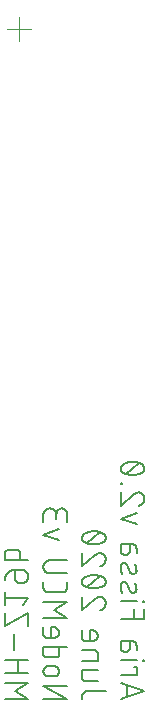
<source format=gbo>
G75*
%MOIN*%
%OFA0B0*%
%FSLAX25Y25*%
%IPPOS*%
%LPD*%
%AMOC8*
5,1,8,0,0,1.08239X$1,22.5*
%
%ADD10C,0.00700*%
%ADD11C,0.00000*%
D10*
X0044550Y0083120D02*
X0052450Y0083120D01*
X0048061Y0085754D01*
X0052450Y0088387D01*
X0044550Y0088387D01*
X0044550Y0091831D02*
X0052450Y0091831D01*
X0052450Y0096220D02*
X0044550Y0096220D01*
X0047622Y0099420D02*
X0047622Y0104687D01*
X0044550Y0107401D02*
X0044550Y0111790D01*
X0044550Y0114456D02*
X0044550Y0118845D01*
X0044550Y0116651D02*
X0052450Y0116651D01*
X0050694Y0114456D01*
X0052450Y0111790D02*
X0044550Y0107401D01*
X0048939Y0096220D02*
X0048939Y0091831D01*
X0052450Y0107401D02*
X0052450Y0111790D01*
X0050256Y0121755D02*
X0049817Y0121755D01*
X0049736Y0121757D01*
X0049655Y0121762D01*
X0049574Y0121772D01*
X0049494Y0121785D01*
X0049415Y0121802D01*
X0049336Y0121822D01*
X0049259Y0121846D01*
X0049183Y0121874D01*
X0049108Y0121905D01*
X0049034Y0121939D01*
X0048963Y0121977D01*
X0048893Y0122018D01*
X0048825Y0122062D01*
X0048759Y0122110D01*
X0048695Y0122160D01*
X0048634Y0122213D01*
X0048575Y0122269D01*
X0048519Y0122328D01*
X0048466Y0122389D01*
X0048416Y0122453D01*
X0048368Y0122519D01*
X0048324Y0122587D01*
X0048283Y0122657D01*
X0048245Y0122728D01*
X0048211Y0122802D01*
X0048180Y0122877D01*
X0048152Y0122953D01*
X0048128Y0123030D01*
X0048108Y0123109D01*
X0048091Y0123188D01*
X0048078Y0123268D01*
X0048068Y0123349D01*
X0048063Y0123430D01*
X0048061Y0123511D01*
X0048061Y0126144D01*
X0050256Y0126144D01*
X0050256Y0126143D02*
X0050348Y0126141D01*
X0050440Y0126135D01*
X0050531Y0126126D01*
X0050622Y0126112D01*
X0050712Y0126095D01*
X0050802Y0126074D01*
X0050890Y0126049D01*
X0050978Y0126021D01*
X0051064Y0125989D01*
X0051148Y0125953D01*
X0051232Y0125914D01*
X0051313Y0125872D01*
X0051393Y0125826D01*
X0051470Y0125776D01*
X0051546Y0125724D01*
X0051619Y0125668D01*
X0051690Y0125610D01*
X0051758Y0125548D01*
X0051824Y0125484D01*
X0051886Y0125417D01*
X0051947Y0125348D01*
X0052004Y0125275D01*
X0052058Y0125201D01*
X0052108Y0125125D01*
X0052156Y0125046D01*
X0052200Y0124965D01*
X0052241Y0124883D01*
X0052279Y0124799D01*
X0052312Y0124714D01*
X0052343Y0124627D01*
X0052369Y0124539D01*
X0052392Y0124450D01*
X0052411Y0124360D01*
X0052426Y0124270D01*
X0052438Y0124178D01*
X0052446Y0124087D01*
X0052450Y0123995D01*
X0052450Y0123903D01*
X0052446Y0123811D01*
X0052438Y0123720D01*
X0052426Y0123628D01*
X0052411Y0123538D01*
X0052392Y0123448D01*
X0052369Y0123359D01*
X0052343Y0123271D01*
X0052312Y0123184D01*
X0052279Y0123099D01*
X0052241Y0123015D01*
X0052200Y0122933D01*
X0052156Y0122852D01*
X0052108Y0122773D01*
X0052058Y0122697D01*
X0052004Y0122623D01*
X0051947Y0122550D01*
X0051886Y0122481D01*
X0051824Y0122414D01*
X0051758Y0122350D01*
X0051690Y0122288D01*
X0051619Y0122230D01*
X0051546Y0122174D01*
X0051470Y0122122D01*
X0051393Y0122072D01*
X0051313Y0122026D01*
X0051232Y0121984D01*
X0051148Y0121945D01*
X0051064Y0121909D01*
X0050978Y0121877D01*
X0050890Y0121849D01*
X0050802Y0121824D01*
X0050712Y0121803D01*
X0050622Y0121786D01*
X0050531Y0121772D01*
X0050440Y0121763D01*
X0050348Y0121757D01*
X0050256Y0121755D01*
X0048061Y0126144D02*
X0047944Y0126142D01*
X0047826Y0126136D01*
X0047710Y0126126D01*
X0047593Y0126113D01*
X0047477Y0126095D01*
X0047362Y0126074D01*
X0047247Y0126048D01*
X0047133Y0126019D01*
X0047021Y0125986D01*
X0046909Y0125950D01*
X0046799Y0125909D01*
X0046690Y0125865D01*
X0046583Y0125818D01*
X0046478Y0125767D01*
X0046374Y0125712D01*
X0046272Y0125654D01*
X0046172Y0125592D01*
X0046074Y0125528D01*
X0045978Y0125460D01*
X0045885Y0125388D01*
X0045794Y0125314D01*
X0045706Y0125237D01*
X0045620Y0125157D01*
X0045537Y0125074D01*
X0045457Y0124988D01*
X0045380Y0124900D01*
X0045306Y0124809D01*
X0045234Y0124716D01*
X0045166Y0124620D01*
X0045102Y0124522D01*
X0045040Y0124422D01*
X0044982Y0124320D01*
X0044927Y0124217D01*
X0044876Y0124111D01*
X0044829Y0124004D01*
X0044785Y0123895D01*
X0044744Y0123785D01*
X0044708Y0123673D01*
X0044675Y0123561D01*
X0044646Y0123447D01*
X0044620Y0123332D01*
X0044599Y0123217D01*
X0044581Y0123101D01*
X0044568Y0122984D01*
X0044558Y0122868D01*
X0044552Y0122750D01*
X0044550Y0122633D01*
X0044550Y0129275D02*
X0044550Y0131469D01*
X0044552Y0131540D01*
X0044558Y0131611D01*
X0044567Y0131682D01*
X0044581Y0131752D01*
X0044598Y0131821D01*
X0044619Y0131890D01*
X0044644Y0131956D01*
X0044672Y0132022D01*
X0044703Y0132086D01*
X0044739Y0132148D01*
X0044777Y0132208D01*
X0044819Y0132266D01*
X0044863Y0132322D01*
X0044911Y0132375D01*
X0044961Y0132425D01*
X0045014Y0132473D01*
X0045070Y0132517D01*
X0045128Y0132559D01*
X0045188Y0132597D01*
X0045250Y0132633D01*
X0045314Y0132664D01*
X0045380Y0132692D01*
X0045446Y0132717D01*
X0045515Y0132738D01*
X0045584Y0132755D01*
X0045654Y0132769D01*
X0045725Y0132778D01*
X0045796Y0132784D01*
X0045867Y0132786D01*
X0048500Y0132786D01*
X0048571Y0132784D01*
X0048642Y0132778D01*
X0048713Y0132769D01*
X0048783Y0132755D01*
X0048852Y0132738D01*
X0048921Y0132717D01*
X0048987Y0132692D01*
X0049053Y0132664D01*
X0049117Y0132633D01*
X0049179Y0132597D01*
X0049239Y0132559D01*
X0049297Y0132517D01*
X0049353Y0132473D01*
X0049406Y0132425D01*
X0049456Y0132375D01*
X0049504Y0132322D01*
X0049548Y0132266D01*
X0049590Y0132208D01*
X0049628Y0132148D01*
X0049664Y0132086D01*
X0049695Y0132022D01*
X0049723Y0131956D01*
X0049748Y0131890D01*
X0049769Y0131821D01*
X0049786Y0131752D01*
X0049800Y0131682D01*
X0049809Y0131611D01*
X0049815Y0131540D01*
X0049817Y0131469D01*
X0049817Y0129275D01*
X0052450Y0129275D02*
X0044550Y0129275D01*
X0057450Y0122138D02*
X0057450Y0120383D01*
X0057452Y0120302D01*
X0057457Y0120221D01*
X0057467Y0120140D01*
X0057480Y0120060D01*
X0057497Y0119981D01*
X0057517Y0119902D01*
X0057541Y0119825D01*
X0057569Y0119749D01*
X0057600Y0119674D01*
X0057634Y0119600D01*
X0057672Y0119529D01*
X0057713Y0119459D01*
X0057757Y0119391D01*
X0057805Y0119325D01*
X0057855Y0119261D01*
X0057908Y0119200D01*
X0057964Y0119141D01*
X0058023Y0119085D01*
X0058084Y0119032D01*
X0058148Y0118982D01*
X0058214Y0118934D01*
X0058282Y0118890D01*
X0058352Y0118849D01*
X0058423Y0118811D01*
X0058497Y0118777D01*
X0058572Y0118746D01*
X0058648Y0118718D01*
X0058725Y0118694D01*
X0058804Y0118674D01*
X0058883Y0118657D01*
X0058963Y0118644D01*
X0059044Y0118634D01*
X0059125Y0118629D01*
X0059206Y0118627D01*
X0063594Y0118627D01*
X0063678Y0118629D01*
X0063761Y0118635D01*
X0063844Y0118645D01*
X0063926Y0118659D01*
X0064008Y0118676D01*
X0064089Y0118698D01*
X0064168Y0118724D01*
X0064247Y0118753D01*
X0064323Y0118786D01*
X0064399Y0118822D01*
X0064472Y0118862D01*
X0064543Y0118906D01*
X0064613Y0118953D01*
X0064679Y0119003D01*
X0064744Y0119056D01*
X0064806Y0119112D01*
X0064865Y0119171D01*
X0064921Y0119233D01*
X0064974Y0119298D01*
X0065024Y0119364D01*
X0065071Y0119434D01*
X0065115Y0119505D01*
X0065155Y0119578D01*
X0065191Y0119654D01*
X0065224Y0119730D01*
X0065253Y0119809D01*
X0065279Y0119888D01*
X0065300Y0119969D01*
X0065318Y0120051D01*
X0065332Y0120133D01*
X0065342Y0120216D01*
X0065348Y0120299D01*
X0065350Y0120383D01*
X0065350Y0122138D01*
X0065350Y0124965D02*
X0059644Y0124965D01*
X0059644Y0124966D02*
X0059552Y0124968D01*
X0059460Y0124974D01*
X0059369Y0124983D01*
X0059278Y0124997D01*
X0059188Y0125014D01*
X0059098Y0125035D01*
X0059010Y0125060D01*
X0058922Y0125088D01*
X0058836Y0125120D01*
X0058752Y0125156D01*
X0058668Y0125195D01*
X0058587Y0125237D01*
X0058507Y0125283D01*
X0058430Y0125333D01*
X0058354Y0125385D01*
X0058281Y0125441D01*
X0058210Y0125499D01*
X0058142Y0125561D01*
X0058076Y0125625D01*
X0058014Y0125692D01*
X0057953Y0125761D01*
X0057896Y0125834D01*
X0057842Y0125908D01*
X0057792Y0125984D01*
X0057744Y0126063D01*
X0057700Y0126144D01*
X0057659Y0126226D01*
X0057621Y0126310D01*
X0057588Y0126395D01*
X0057557Y0126482D01*
X0057531Y0126570D01*
X0057508Y0126659D01*
X0057489Y0126749D01*
X0057474Y0126839D01*
X0057462Y0126931D01*
X0057454Y0127022D01*
X0057450Y0127114D01*
X0057450Y0127206D01*
X0057454Y0127298D01*
X0057462Y0127389D01*
X0057474Y0127481D01*
X0057489Y0127571D01*
X0057508Y0127661D01*
X0057531Y0127750D01*
X0057557Y0127838D01*
X0057588Y0127925D01*
X0057621Y0128010D01*
X0057659Y0128094D01*
X0057700Y0128176D01*
X0057744Y0128257D01*
X0057792Y0128336D01*
X0057842Y0128412D01*
X0057896Y0128486D01*
X0057953Y0128559D01*
X0058014Y0128628D01*
X0058076Y0128695D01*
X0058142Y0128759D01*
X0058210Y0128821D01*
X0058281Y0128879D01*
X0058354Y0128935D01*
X0058430Y0128987D01*
X0058507Y0129037D01*
X0058587Y0129083D01*
X0058668Y0129125D01*
X0058752Y0129164D01*
X0058836Y0129200D01*
X0058922Y0129232D01*
X0059010Y0129260D01*
X0059098Y0129285D01*
X0059188Y0129306D01*
X0059278Y0129323D01*
X0059369Y0129337D01*
X0059460Y0129346D01*
X0059552Y0129352D01*
X0059644Y0129354D01*
X0065350Y0129354D01*
X0062717Y0136109D02*
X0057450Y0137864D01*
X0062717Y0139620D01*
X0061839Y0143116D02*
X0061839Y0144872D01*
X0061838Y0144433D02*
X0061836Y0144525D01*
X0061830Y0144617D01*
X0061821Y0144708D01*
X0061807Y0144799D01*
X0061790Y0144889D01*
X0061769Y0144979D01*
X0061744Y0145067D01*
X0061716Y0145155D01*
X0061684Y0145241D01*
X0061648Y0145325D01*
X0061609Y0145409D01*
X0061567Y0145490D01*
X0061521Y0145570D01*
X0061471Y0145647D01*
X0061419Y0145723D01*
X0061363Y0145796D01*
X0061305Y0145867D01*
X0061243Y0145935D01*
X0061179Y0146001D01*
X0061112Y0146063D01*
X0061043Y0146124D01*
X0060970Y0146181D01*
X0060896Y0146235D01*
X0060820Y0146285D01*
X0060741Y0146333D01*
X0060660Y0146377D01*
X0060578Y0146418D01*
X0060494Y0146456D01*
X0060409Y0146489D01*
X0060322Y0146520D01*
X0060234Y0146546D01*
X0060145Y0146569D01*
X0060055Y0146588D01*
X0059965Y0146603D01*
X0059873Y0146615D01*
X0059782Y0146623D01*
X0059690Y0146627D01*
X0059598Y0146627D01*
X0059506Y0146623D01*
X0059415Y0146615D01*
X0059323Y0146603D01*
X0059233Y0146588D01*
X0059143Y0146569D01*
X0059054Y0146546D01*
X0058966Y0146520D01*
X0058879Y0146489D01*
X0058794Y0146456D01*
X0058710Y0146418D01*
X0058628Y0146377D01*
X0058547Y0146333D01*
X0058468Y0146285D01*
X0058392Y0146235D01*
X0058318Y0146181D01*
X0058245Y0146124D01*
X0058176Y0146063D01*
X0058109Y0146001D01*
X0058045Y0145935D01*
X0057983Y0145867D01*
X0057925Y0145796D01*
X0057869Y0145723D01*
X0057817Y0145647D01*
X0057767Y0145570D01*
X0057721Y0145490D01*
X0057679Y0145409D01*
X0057640Y0145325D01*
X0057604Y0145241D01*
X0057572Y0145155D01*
X0057544Y0145067D01*
X0057519Y0144979D01*
X0057498Y0144889D01*
X0057481Y0144799D01*
X0057467Y0144708D01*
X0057458Y0144617D01*
X0057452Y0144525D01*
X0057450Y0144433D01*
X0057450Y0142239D01*
X0061838Y0144872D02*
X0061840Y0144954D01*
X0061846Y0145036D01*
X0061855Y0145118D01*
X0061869Y0145199D01*
X0061886Y0145280D01*
X0061907Y0145360D01*
X0061932Y0145438D01*
X0061960Y0145515D01*
X0061992Y0145591D01*
X0062028Y0145666D01*
X0062066Y0145738D01*
X0062109Y0145809D01*
X0062154Y0145877D01*
X0062203Y0145944D01*
X0062255Y0146008D01*
X0062309Y0146069D01*
X0062367Y0146128D01*
X0062427Y0146184D01*
X0062490Y0146238D01*
X0062555Y0146288D01*
X0062623Y0146335D01*
X0062692Y0146379D01*
X0062764Y0146419D01*
X0062837Y0146457D01*
X0062913Y0146490D01*
X0062989Y0146521D01*
X0063067Y0146547D01*
X0063146Y0146570D01*
X0063226Y0146589D01*
X0063307Y0146604D01*
X0063389Y0146616D01*
X0063471Y0146624D01*
X0063553Y0146628D01*
X0063635Y0146628D01*
X0063717Y0146624D01*
X0063799Y0146616D01*
X0063881Y0146604D01*
X0063962Y0146589D01*
X0064042Y0146570D01*
X0064121Y0146547D01*
X0064199Y0146521D01*
X0064275Y0146490D01*
X0064351Y0146457D01*
X0064424Y0146419D01*
X0064496Y0146379D01*
X0064565Y0146335D01*
X0064633Y0146288D01*
X0064698Y0146238D01*
X0064761Y0146184D01*
X0064821Y0146128D01*
X0064879Y0146069D01*
X0064933Y0146008D01*
X0064985Y0145944D01*
X0065034Y0145877D01*
X0065079Y0145809D01*
X0065122Y0145738D01*
X0065160Y0145666D01*
X0065196Y0145591D01*
X0065228Y0145515D01*
X0065256Y0145438D01*
X0065281Y0145360D01*
X0065302Y0145280D01*
X0065319Y0145199D01*
X0065333Y0145118D01*
X0065342Y0145036D01*
X0065348Y0144954D01*
X0065350Y0144872D01*
X0065350Y0142239D01*
X0070350Y0131718D02*
X0070350Y0127329D01*
X0074739Y0131059D01*
X0074300Y0139016D02*
X0074145Y0139014D01*
X0073989Y0139009D01*
X0073834Y0138999D01*
X0073679Y0138986D01*
X0073525Y0138970D01*
X0073371Y0138949D01*
X0073217Y0138925D01*
X0073064Y0138898D01*
X0072912Y0138866D01*
X0072761Y0138831D01*
X0072610Y0138793D01*
X0072460Y0138751D01*
X0072312Y0138705D01*
X0072164Y0138656D01*
X0072018Y0138603D01*
X0071873Y0138547D01*
X0071730Y0138487D01*
X0071588Y0138424D01*
X0071447Y0138358D01*
X0071375Y0138331D01*
X0071303Y0138301D01*
X0071234Y0138267D01*
X0071165Y0138230D01*
X0071099Y0138190D01*
X0071035Y0138147D01*
X0070973Y0138101D01*
X0070913Y0138051D01*
X0070856Y0137999D01*
X0070801Y0137945D01*
X0070748Y0137888D01*
X0070699Y0137828D01*
X0070652Y0137766D01*
X0070609Y0137702D01*
X0070569Y0137636D01*
X0070531Y0137568D01*
X0070497Y0137498D01*
X0070467Y0137427D01*
X0070440Y0137354D01*
X0070416Y0137281D01*
X0070396Y0137206D01*
X0070379Y0137130D01*
X0070367Y0137054D01*
X0070357Y0136977D01*
X0070352Y0136899D01*
X0070350Y0136822D01*
X0070352Y0136745D01*
X0070357Y0136667D01*
X0070367Y0136590D01*
X0070379Y0136514D01*
X0070396Y0136438D01*
X0070416Y0136363D01*
X0070440Y0136290D01*
X0070467Y0136217D01*
X0070497Y0136146D01*
X0070531Y0136076D01*
X0070569Y0136008D01*
X0070609Y0135942D01*
X0070652Y0135878D01*
X0070699Y0135816D01*
X0070748Y0135756D01*
X0070801Y0135699D01*
X0070856Y0135645D01*
X0070913Y0135593D01*
X0070973Y0135543D01*
X0071035Y0135497D01*
X0071099Y0135454D01*
X0071165Y0135414D01*
X0071234Y0135377D01*
X0071303Y0135343D01*
X0071375Y0135313D01*
X0071447Y0135286D01*
X0072106Y0135066D02*
X0076494Y0138577D01*
X0077153Y0138358D02*
X0077225Y0138331D01*
X0077297Y0138301D01*
X0077366Y0138267D01*
X0077435Y0138230D01*
X0077501Y0138190D01*
X0077565Y0138147D01*
X0077627Y0138101D01*
X0077687Y0138051D01*
X0077744Y0137999D01*
X0077799Y0137945D01*
X0077852Y0137888D01*
X0077901Y0137828D01*
X0077947Y0137766D01*
X0077991Y0137702D01*
X0078031Y0137636D01*
X0078069Y0137568D01*
X0078103Y0137498D01*
X0078133Y0137427D01*
X0078160Y0137354D01*
X0078184Y0137281D01*
X0078204Y0137206D01*
X0078221Y0137130D01*
X0078233Y0137054D01*
X0078243Y0136977D01*
X0078248Y0136899D01*
X0078250Y0136822D01*
X0078248Y0136745D01*
X0078243Y0136667D01*
X0078233Y0136590D01*
X0078221Y0136514D01*
X0078204Y0136438D01*
X0078184Y0136363D01*
X0078160Y0136290D01*
X0078133Y0136217D01*
X0078103Y0136146D01*
X0078069Y0136076D01*
X0078031Y0136008D01*
X0077991Y0135942D01*
X0077948Y0135878D01*
X0077901Y0135816D01*
X0077852Y0135756D01*
X0077799Y0135699D01*
X0077744Y0135645D01*
X0077687Y0135593D01*
X0077627Y0135543D01*
X0077565Y0135497D01*
X0077501Y0135454D01*
X0077435Y0135414D01*
X0077366Y0135377D01*
X0077297Y0135343D01*
X0077225Y0135313D01*
X0077153Y0135286D01*
X0077153Y0138358D02*
X0077012Y0138424D01*
X0076870Y0138487D01*
X0076727Y0138547D01*
X0076582Y0138603D01*
X0076436Y0138656D01*
X0076288Y0138705D01*
X0076140Y0138751D01*
X0075990Y0138793D01*
X0075839Y0138831D01*
X0075688Y0138866D01*
X0075536Y0138898D01*
X0075383Y0138925D01*
X0075229Y0138949D01*
X0075075Y0138970D01*
X0074921Y0138986D01*
X0074766Y0138999D01*
X0074611Y0139009D01*
X0074455Y0139014D01*
X0074300Y0139016D01*
X0074300Y0134628D02*
X0074455Y0134630D01*
X0074611Y0134635D01*
X0074766Y0134645D01*
X0074921Y0134658D01*
X0075075Y0134674D01*
X0075229Y0134695D01*
X0075383Y0134719D01*
X0075536Y0134746D01*
X0075688Y0134778D01*
X0075839Y0134813D01*
X0075990Y0134851D01*
X0076140Y0134893D01*
X0076288Y0134939D01*
X0076436Y0134988D01*
X0076582Y0135041D01*
X0076727Y0135097D01*
X0076870Y0135157D01*
X0077012Y0135220D01*
X0077153Y0135286D01*
X0076275Y0131718D02*
X0076361Y0131716D01*
X0076447Y0131710D01*
X0076533Y0131701D01*
X0076618Y0131688D01*
X0076702Y0131671D01*
X0076786Y0131651D01*
X0076869Y0131627D01*
X0076950Y0131599D01*
X0077031Y0131568D01*
X0077110Y0131533D01*
X0077187Y0131495D01*
X0077263Y0131453D01*
X0077336Y0131409D01*
X0077408Y0131361D01*
X0077477Y0131310D01*
X0077545Y0131256D01*
X0077609Y0131199D01*
X0077672Y0131140D01*
X0077731Y0131077D01*
X0077788Y0131013D01*
X0077842Y0130945D01*
X0077893Y0130876D01*
X0077941Y0130804D01*
X0077985Y0130731D01*
X0078027Y0130655D01*
X0078065Y0130578D01*
X0078100Y0130499D01*
X0078131Y0130418D01*
X0078159Y0130337D01*
X0078183Y0130254D01*
X0078203Y0130170D01*
X0078220Y0130086D01*
X0078233Y0130001D01*
X0078242Y0129915D01*
X0078248Y0129829D01*
X0078250Y0129743D01*
X0076275Y0131717D02*
X0076185Y0131715D01*
X0076094Y0131709D01*
X0076005Y0131700D01*
X0075915Y0131686D01*
X0075826Y0131669D01*
X0075739Y0131648D01*
X0075652Y0131623D01*
X0075566Y0131595D01*
X0075481Y0131563D01*
X0075398Y0131527D01*
X0075317Y0131488D01*
X0075237Y0131446D01*
X0075159Y0131400D01*
X0075083Y0131351D01*
X0075010Y0131298D01*
X0074938Y0131243D01*
X0074869Y0131184D01*
X0074803Y0131123D01*
X0074739Y0131059D01*
X0078250Y0129743D02*
X0078248Y0129643D01*
X0078242Y0129544D01*
X0078232Y0129445D01*
X0078219Y0129346D01*
X0078201Y0129248D01*
X0078180Y0129150D01*
X0078155Y0129054D01*
X0078126Y0128958D01*
X0078093Y0128864D01*
X0078057Y0128771D01*
X0078017Y0128680D01*
X0077973Y0128590D01*
X0077926Y0128503D01*
X0077876Y0128417D01*
X0077822Y0128333D01*
X0077765Y0128251D01*
X0077705Y0128171D01*
X0077641Y0128094D01*
X0077575Y0128020D01*
X0077506Y0127948D01*
X0077434Y0127879D01*
X0077359Y0127813D01*
X0077282Y0127750D01*
X0077203Y0127689D01*
X0077121Y0127632D01*
X0077037Y0127579D01*
X0076951Y0127528D01*
X0076863Y0127482D01*
X0076773Y0127438D01*
X0076682Y0127398D01*
X0076589Y0127362D01*
X0076495Y0127329D01*
X0074300Y0120030D02*
X0074145Y0120032D01*
X0073989Y0120037D01*
X0073834Y0120047D01*
X0073679Y0120060D01*
X0073525Y0120076D01*
X0073371Y0120097D01*
X0073217Y0120121D01*
X0073064Y0120148D01*
X0072912Y0120180D01*
X0072761Y0120215D01*
X0072610Y0120253D01*
X0072460Y0120295D01*
X0072312Y0120341D01*
X0072164Y0120390D01*
X0072018Y0120443D01*
X0071873Y0120499D01*
X0071730Y0120559D01*
X0071588Y0120622D01*
X0071447Y0120688D01*
X0072106Y0120469D02*
X0076494Y0123980D01*
X0077153Y0123761D02*
X0077225Y0123734D01*
X0077297Y0123704D01*
X0077366Y0123670D01*
X0077435Y0123633D01*
X0077501Y0123593D01*
X0077565Y0123550D01*
X0077627Y0123504D01*
X0077687Y0123454D01*
X0077744Y0123402D01*
X0077799Y0123348D01*
X0077852Y0123291D01*
X0077901Y0123231D01*
X0077947Y0123169D01*
X0077991Y0123105D01*
X0078031Y0123039D01*
X0078069Y0122971D01*
X0078103Y0122901D01*
X0078133Y0122830D01*
X0078160Y0122757D01*
X0078184Y0122684D01*
X0078204Y0122609D01*
X0078221Y0122533D01*
X0078233Y0122457D01*
X0078243Y0122380D01*
X0078248Y0122302D01*
X0078250Y0122225D01*
X0078248Y0122148D01*
X0078243Y0122070D01*
X0078233Y0121993D01*
X0078221Y0121917D01*
X0078204Y0121841D01*
X0078184Y0121766D01*
X0078160Y0121693D01*
X0078133Y0121620D01*
X0078103Y0121549D01*
X0078069Y0121479D01*
X0078031Y0121411D01*
X0077991Y0121345D01*
X0077948Y0121281D01*
X0077901Y0121219D01*
X0077852Y0121159D01*
X0077799Y0121102D01*
X0077744Y0121048D01*
X0077687Y0120996D01*
X0077627Y0120946D01*
X0077565Y0120900D01*
X0077501Y0120857D01*
X0077435Y0120817D01*
X0077366Y0120780D01*
X0077297Y0120746D01*
X0077225Y0120716D01*
X0077153Y0120689D01*
X0077153Y0123761D02*
X0077012Y0123827D01*
X0076870Y0123890D01*
X0076727Y0123950D01*
X0076582Y0124006D01*
X0076436Y0124059D01*
X0076288Y0124108D01*
X0076140Y0124154D01*
X0075990Y0124196D01*
X0075839Y0124234D01*
X0075688Y0124269D01*
X0075536Y0124301D01*
X0075383Y0124328D01*
X0075229Y0124352D01*
X0075075Y0124373D01*
X0074921Y0124389D01*
X0074766Y0124402D01*
X0074611Y0124412D01*
X0074455Y0124417D01*
X0074300Y0124419D01*
X0074300Y0120030D02*
X0074455Y0120032D01*
X0074611Y0120037D01*
X0074766Y0120047D01*
X0074921Y0120060D01*
X0075075Y0120076D01*
X0075229Y0120097D01*
X0075383Y0120121D01*
X0075536Y0120148D01*
X0075688Y0120180D01*
X0075839Y0120215D01*
X0075990Y0120253D01*
X0076140Y0120295D01*
X0076288Y0120341D01*
X0076436Y0120390D01*
X0076582Y0120443D01*
X0076727Y0120499D01*
X0076870Y0120559D01*
X0077012Y0120622D01*
X0077153Y0120688D01*
X0074300Y0124419D02*
X0074145Y0124417D01*
X0073989Y0124412D01*
X0073834Y0124402D01*
X0073679Y0124389D01*
X0073525Y0124373D01*
X0073371Y0124352D01*
X0073217Y0124328D01*
X0073064Y0124301D01*
X0072912Y0124269D01*
X0072761Y0124234D01*
X0072610Y0124196D01*
X0072460Y0124154D01*
X0072312Y0124108D01*
X0072164Y0124059D01*
X0072018Y0124006D01*
X0071873Y0123950D01*
X0071730Y0123890D01*
X0071588Y0123827D01*
X0071447Y0123761D01*
X0071375Y0123734D01*
X0071303Y0123704D01*
X0071234Y0123670D01*
X0071165Y0123633D01*
X0071099Y0123593D01*
X0071035Y0123550D01*
X0070973Y0123504D01*
X0070913Y0123454D01*
X0070856Y0123402D01*
X0070801Y0123348D01*
X0070748Y0123291D01*
X0070699Y0123231D01*
X0070652Y0123169D01*
X0070609Y0123105D01*
X0070569Y0123039D01*
X0070531Y0122971D01*
X0070497Y0122901D01*
X0070467Y0122830D01*
X0070440Y0122757D01*
X0070416Y0122684D01*
X0070396Y0122609D01*
X0070379Y0122533D01*
X0070367Y0122457D01*
X0070357Y0122380D01*
X0070352Y0122302D01*
X0070350Y0122225D01*
X0070352Y0122148D01*
X0070357Y0122070D01*
X0070367Y0121993D01*
X0070379Y0121917D01*
X0070396Y0121841D01*
X0070416Y0121766D01*
X0070440Y0121693D01*
X0070467Y0121620D01*
X0070497Y0121549D01*
X0070531Y0121479D01*
X0070569Y0121411D01*
X0070609Y0121345D01*
X0070652Y0121281D01*
X0070699Y0121219D01*
X0070748Y0121159D01*
X0070801Y0121102D01*
X0070856Y0121048D01*
X0070913Y0120996D01*
X0070973Y0120946D01*
X0071035Y0120900D01*
X0071099Y0120857D01*
X0071165Y0120817D01*
X0071234Y0120780D01*
X0071303Y0120746D01*
X0071375Y0120716D01*
X0071447Y0120689D01*
X0070350Y0117121D02*
X0070350Y0112732D01*
X0074739Y0116462D01*
X0078250Y0115146D02*
X0078248Y0115046D01*
X0078242Y0114947D01*
X0078232Y0114848D01*
X0078219Y0114749D01*
X0078201Y0114651D01*
X0078180Y0114553D01*
X0078155Y0114457D01*
X0078126Y0114361D01*
X0078093Y0114267D01*
X0078057Y0114174D01*
X0078017Y0114083D01*
X0077973Y0113993D01*
X0077926Y0113906D01*
X0077876Y0113820D01*
X0077822Y0113736D01*
X0077765Y0113654D01*
X0077705Y0113574D01*
X0077641Y0113497D01*
X0077575Y0113423D01*
X0077506Y0113351D01*
X0077434Y0113282D01*
X0077359Y0113216D01*
X0077282Y0113153D01*
X0077203Y0113092D01*
X0077121Y0113035D01*
X0077037Y0112982D01*
X0076951Y0112931D01*
X0076863Y0112885D01*
X0076773Y0112841D01*
X0076682Y0112801D01*
X0076589Y0112765D01*
X0076495Y0112732D01*
X0074739Y0116462D02*
X0074803Y0116526D01*
X0074869Y0116587D01*
X0074938Y0116646D01*
X0075010Y0116701D01*
X0075083Y0116754D01*
X0075159Y0116803D01*
X0075237Y0116849D01*
X0075317Y0116891D01*
X0075398Y0116930D01*
X0075481Y0116966D01*
X0075566Y0116998D01*
X0075652Y0117026D01*
X0075739Y0117051D01*
X0075826Y0117072D01*
X0075915Y0117089D01*
X0076005Y0117103D01*
X0076094Y0117112D01*
X0076185Y0117118D01*
X0076275Y0117120D01*
X0076275Y0117121D02*
X0076361Y0117119D01*
X0076447Y0117113D01*
X0076533Y0117104D01*
X0076618Y0117091D01*
X0076702Y0117074D01*
X0076786Y0117054D01*
X0076869Y0117030D01*
X0076950Y0117002D01*
X0077031Y0116971D01*
X0077110Y0116936D01*
X0077187Y0116898D01*
X0077263Y0116856D01*
X0077336Y0116812D01*
X0077408Y0116764D01*
X0077477Y0116713D01*
X0077545Y0116659D01*
X0077609Y0116602D01*
X0077672Y0116543D01*
X0077731Y0116480D01*
X0077788Y0116416D01*
X0077842Y0116348D01*
X0077893Y0116279D01*
X0077941Y0116207D01*
X0077985Y0116134D01*
X0078027Y0116058D01*
X0078065Y0115981D01*
X0078100Y0115902D01*
X0078131Y0115821D01*
X0078159Y0115740D01*
X0078183Y0115657D01*
X0078203Y0115573D01*
X0078220Y0115489D01*
X0078233Y0115404D01*
X0078242Y0115318D01*
X0078248Y0115232D01*
X0078250Y0115146D01*
X0073861Y0105977D02*
X0072983Y0105977D01*
X0072983Y0102466D01*
X0073861Y0102466D02*
X0071667Y0102466D01*
X0071596Y0102468D01*
X0071525Y0102474D01*
X0071454Y0102483D01*
X0071384Y0102497D01*
X0071315Y0102514D01*
X0071246Y0102535D01*
X0071180Y0102560D01*
X0071114Y0102588D01*
X0071050Y0102619D01*
X0070988Y0102655D01*
X0070928Y0102693D01*
X0070870Y0102735D01*
X0070814Y0102779D01*
X0070761Y0102827D01*
X0070711Y0102877D01*
X0070663Y0102930D01*
X0070619Y0102986D01*
X0070577Y0103044D01*
X0070539Y0103104D01*
X0070503Y0103166D01*
X0070472Y0103230D01*
X0070444Y0103296D01*
X0070419Y0103362D01*
X0070398Y0103431D01*
X0070381Y0103500D01*
X0070367Y0103570D01*
X0070358Y0103641D01*
X0070352Y0103712D01*
X0070350Y0103783D01*
X0070350Y0105977D01*
X0073861Y0105978D02*
X0073943Y0105976D01*
X0074025Y0105970D01*
X0074107Y0105961D01*
X0074188Y0105947D01*
X0074269Y0105930D01*
X0074349Y0105909D01*
X0074427Y0105884D01*
X0074504Y0105856D01*
X0074580Y0105824D01*
X0074655Y0105788D01*
X0074727Y0105750D01*
X0074798Y0105707D01*
X0074866Y0105662D01*
X0074933Y0105613D01*
X0074997Y0105561D01*
X0075058Y0105507D01*
X0075117Y0105449D01*
X0075173Y0105389D01*
X0075227Y0105326D01*
X0075277Y0105261D01*
X0075324Y0105193D01*
X0075368Y0105124D01*
X0075408Y0105052D01*
X0075446Y0104979D01*
X0075479Y0104903D01*
X0075510Y0104827D01*
X0075536Y0104749D01*
X0075559Y0104670D01*
X0075578Y0104590D01*
X0075593Y0104509D01*
X0075605Y0104427D01*
X0075613Y0104345D01*
X0075617Y0104263D01*
X0075617Y0104181D01*
X0075613Y0104099D01*
X0075605Y0104017D01*
X0075593Y0103935D01*
X0075578Y0103854D01*
X0075559Y0103774D01*
X0075536Y0103695D01*
X0075510Y0103617D01*
X0075479Y0103541D01*
X0075446Y0103465D01*
X0075408Y0103392D01*
X0075368Y0103320D01*
X0075324Y0103251D01*
X0075277Y0103183D01*
X0075227Y0103118D01*
X0075173Y0103055D01*
X0075117Y0102995D01*
X0075058Y0102937D01*
X0074997Y0102883D01*
X0074933Y0102831D01*
X0074866Y0102782D01*
X0074798Y0102737D01*
X0074727Y0102694D01*
X0074655Y0102656D01*
X0074580Y0102620D01*
X0074504Y0102588D01*
X0074427Y0102560D01*
X0074349Y0102535D01*
X0074269Y0102514D01*
X0074188Y0102497D01*
X0074107Y0102483D01*
X0074025Y0102474D01*
X0073943Y0102468D01*
X0073861Y0102466D01*
X0074300Y0099408D02*
X0070350Y0099408D01*
X0070350Y0095897D02*
X0075617Y0095897D01*
X0075617Y0098092D01*
X0075615Y0098163D01*
X0075609Y0098234D01*
X0075600Y0098305D01*
X0075586Y0098375D01*
X0075569Y0098444D01*
X0075548Y0098513D01*
X0075523Y0098579D01*
X0075495Y0098645D01*
X0075464Y0098709D01*
X0075428Y0098771D01*
X0075390Y0098831D01*
X0075348Y0098889D01*
X0075304Y0098945D01*
X0075256Y0098998D01*
X0075206Y0099048D01*
X0075153Y0099096D01*
X0075097Y0099140D01*
X0075039Y0099182D01*
X0074979Y0099220D01*
X0074917Y0099256D01*
X0074853Y0099287D01*
X0074787Y0099315D01*
X0074721Y0099340D01*
X0074652Y0099361D01*
X0074583Y0099378D01*
X0074513Y0099392D01*
X0074442Y0099401D01*
X0074371Y0099407D01*
X0074300Y0099409D01*
X0075617Y0092596D02*
X0070350Y0092596D01*
X0070350Y0090402D01*
X0070352Y0090331D01*
X0070358Y0090260D01*
X0070367Y0090189D01*
X0070381Y0090119D01*
X0070398Y0090050D01*
X0070419Y0089981D01*
X0070444Y0089915D01*
X0070472Y0089849D01*
X0070503Y0089785D01*
X0070539Y0089723D01*
X0070577Y0089663D01*
X0070619Y0089605D01*
X0070663Y0089549D01*
X0070711Y0089496D01*
X0070761Y0089446D01*
X0070814Y0089398D01*
X0070870Y0089354D01*
X0070928Y0089312D01*
X0070988Y0089274D01*
X0071050Y0089238D01*
X0071114Y0089207D01*
X0071180Y0089179D01*
X0071246Y0089154D01*
X0071315Y0089133D01*
X0071384Y0089116D01*
X0071454Y0089102D01*
X0071525Y0089093D01*
X0071596Y0089087D01*
X0071667Y0089085D01*
X0075617Y0089085D01*
X0078250Y0085754D02*
X0072106Y0085754D01*
X0072025Y0085752D01*
X0071944Y0085747D01*
X0071863Y0085737D01*
X0071783Y0085724D01*
X0071704Y0085707D01*
X0071625Y0085687D01*
X0071548Y0085663D01*
X0071472Y0085635D01*
X0071397Y0085604D01*
X0071323Y0085570D01*
X0071252Y0085532D01*
X0071182Y0085491D01*
X0071114Y0085447D01*
X0071048Y0085399D01*
X0070984Y0085349D01*
X0070923Y0085296D01*
X0070864Y0085240D01*
X0070808Y0085181D01*
X0070755Y0085120D01*
X0070705Y0085056D01*
X0070657Y0084990D01*
X0070613Y0084922D01*
X0070572Y0084852D01*
X0070534Y0084781D01*
X0070500Y0084707D01*
X0070469Y0084632D01*
X0070441Y0084556D01*
X0070417Y0084479D01*
X0070397Y0084400D01*
X0070380Y0084321D01*
X0070367Y0084241D01*
X0070357Y0084160D01*
X0070352Y0084079D01*
X0070350Y0083998D01*
X0070350Y0083120D01*
X0065350Y0083120D02*
X0057450Y0087509D01*
X0065350Y0087509D01*
X0065350Y0083120D02*
X0057450Y0083120D01*
X0059206Y0090614D02*
X0060961Y0090614D01*
X0061043Y0090616D01*
X0061125Y0090622D01*
X0061207Y0090631D01*
X0061288Y0090645D01*
X0061369Y0090662D01*
X0061449Y0090683D01*
X0061527Y0090708D01*
X0061604Y0090736D01*
X0061680Y0090768D01*
X0061755Y0090804D01*
X0061827Y0090842D01*
X0061898Y0090885D01*
X0061966Y0090930D01*
X0062033Y0090979D01*
X0062097Y0091031D01*
X0062158Y0091085D01*
X0062217Y0091143D01*
X0062273Y0091203D01*
X0062327Y0091266D01*
X0062377Y0091331D01*
X0062424Y0091399D01*
X0062468Y0091468D01*
X0062508Y0091540D01*
X0062546Y0091613D01*
X0062579Y0091689D01*
X0062610Y0091765D01*
X0062636Y0091843D01*
X0062659Y0091922D01*
X0062678Y0092002D01*
X0062693Y0092083D01*
X0062705Y0092165D01*
X0062713Y0092247D01*
X0062717Y0092329D01*
X0062717Y0092411D01*
X0062713Y0092493D01*
X0062705Y0092575D01*
X0062693Y0092657D01*
X0062678Y0092738D01*
X0062659Y0092818D01*
X0062636Y0092897D01*
X0062610Y0092975D01*
X0062579Y0093051D01*
X0062546Y0093127D01*
X0062508Y0093200D01*
X0062468Y0093272D01*
X0062424Y0093341D01*
X0062377Y0093409D01*
X0062327Y0093474D01*
X0062273Y0093537D01*
X0062217Y0093597D01*
X0062158Y0093655D01*
X0062097Y0093709D01*
X0062033Y0093761D01*
X0061966Y0093810D01*
X0061898Y0093855D01*
X0061827Y0093898D01*
X0061755Y0093936D01*
X0061680Y0093972D01*
X0061604Y0094004D01*
X0061527Y0094032D01*
X0061449Y0094057D01*
X0061369Y0094078D01*
X0061288Y0094095D01*
X0061207Y0094109D01*
X0061125Y0094118D01*
X0061043Y0094124D01*
X0060961Y0094126D01*
X0059206Y0094126D01*
X0059124Y0094124D01*
X0059042Y0094118D01*
X0058960Y0094109D01*
X0058879Y0094095D01*
X0058798Y0094078D01*
X0058718Y0094057D01*
X0058640Y0094032D01*
X0058563Y0094004D01*
X0058487Y0093972D01*
X0058412Y0093936D01*
X0058340Y0093898D01*
X0058269Y0093855D01*
X0058201Y0093810D01*
X0058134Y0093761D01*
X0058070Y0093709D01*
X0058009Y0093655D01*
X0057950Y0093597D01*
X0057894Y0093537D01*
X0057840Y0093474D01*
X0057790Y0093409D01*
X0057743Y0093341D01*
X0057699Y0093272D01*
X0057659Y0093200D01*
X0057621Y0093127D01*
X0057588Y0093051D01*
X0057557Y0092975D01*
X0057531Y0092897D01*
X0057508Y0092818D01*
X0057489Y0092738D01*
X0057474Y0092657D01*
X0057462Y0092575D01*
X0057454Y0092493D01*
X0057450Y0092411D01*
X0057450Y0092329D01*
X0057454Y0092247D01*
X0057462Y0092165D01*
X0057474Y0092083D01*
X0057489Y0092002D01*
X0057508Y0091922D01*
X0057531Y0091843D01*
X0057557Y0091765D01*
X0057588Y0091689D01*
X0057621Y0091613D01*
X0057659Y0091540D01*
X0057699Y0091468D01*
X0057743Y0091399D01*
X0057790Y0091331D01*
X0057840Y0091266D01*
X0057894Y0091203D01*
X0057950Y0091143D01*
X0058009Y0091085D01*
X0058070Y0091031D01*
X0058134Y0090979D01*
X0058201Y0090930D01*
X0058269Y0090885D01*
X0058340Y0090842D01*
X0058412Y0090804D01*
X0058487Y0090768D01*
X0058563Y0090736D01*
X0058640Y0090708D01*
X0058718Y0090683D01*
X0058798Y0090662D01*
X0058879Y0090645D01*
X0058960Y0090631D01*
X0059042Y0090622D01*
X0059124Y0090616D01*
X0059206Y0090614D01*
X0058767Y0096914D02*
X0061400Y0096914D01*
X0061471Y0096916D01*
X0061542Y0096922D01*
X0061613Y0096931D01*
X0061683Y0096945D01*
X0061752Y0096962D01*
X0061821Y0096983D01*
X0061887Y0097008D01*
X0061953Y0097036D01*
X0062017Y0097067D01*
X0062079Y0097103D01*
X0062139Y0097141D01*
X0062197Y0097183D01*
X0062253Y0097227D01*
X0062306Y0097275D01*
X0062356Y0097325D01*
X0062404Y0097378D01*
X0062448Y0097434D01*
X0062490Y0097492D01*
X0062528Y0097552D01*
X0062564Y0097614D01*
X0062595Y0097678D01*
X0062623Y0097744D01*
X0062648Y0097810D01*
X0062669Y0097879D01*
X0062686Y0097948D01*
X0062700Y0098018D01*
X0062709Y0098089D01*
X0062715Y0098160D01*
X0062717Y0098231D01*
X0062717Y0100425D01*
X0060961Y0103509D02*
X0058767Y0103509D01*
X0058767Y0103508D02*
X0058696Y0103510D01*
X0058625Y0103516D01*
X0058554Y0103525D01*
X0058484Y0103539D01*
X0058415Y0103556D01*
X0058346Y0103577D01*
X0058280Y0103602D01*
X0058214Y0103630D01*
X0058150Y0103661D01*
X0058088Y0103697D01*
X0058028Y0103735D01*
X0057970Y0103777D01*
X0057914Y0103821D01*
X0057861Y0103869D01*
X0057811Y0103919D01*
X0057763Y0103972D01*
X0057719Y0104028D01*
X0057677Y0104086D01*
X0057639Y0104146D01*
X0057603Y0104208D01*
X0057572Y0104272D01*
X0057544Y0104338D01*
X0057519Y0104404D01*
X0057498Y0104473D01*
X0057481Y0104542D01*
X0057467Y0104612D01*
X0057458Y0104683D01*
X0057452Y0104754D01*
X0057450Y0104825D01*
X0057450Y0107020D01*
X0057450Y0110173D02*
X0065350Y0110173D01*
X0060961Y0112806D01*
X0065350Y0115439D01*
X0057450Y0115439D01*
X0060083Y0107020D02*
X0060083Y0103509D01*
X0060961Y0103508D02*
X0061043Y0103510D01*
X0061125Y0103516D01*
X0061207Y0103525D01*
X0061288Y0103539D01*
X0061369Y0103556D01*
X0061449Y0103577D01*
X0061527Y0103602D01*
X0061604Y0103630D01*
X0061680Y0103662D01*
X0061755Y0103698D01*
X0061827Y0103736D01*
X0061898Y0103779D01*
X0061966Y0103824D01*
X0062033Y0103873D01*
X0062097Y0103925D01*
X0062158Y0103979D01*
X0062217Y0104037D01*
X0062273Y0104097D01*
X0062327Y0104160D01*
X0062377Y0104225D01*
X0062424Y0104293D01*
X0062468Y0104362D01*
X0062508Y0104434D01*
X0062546Y0104507D01*
X0062579Y0104583D01*
X0062610Y0104659D01*
X0062636Y0104737D01*
X0062659Y0104816D01*
X0062678Y0104896D01*
X0062693Y0104977D01*
X0062705Y0105059D01*
X0062713Y0105141D01*
X0062717Y0105223D01*
X0062717Y0105305D01*
X0062713Y0105387D01*
X0062705Y0105469D01*
X0062693Y0105551D01*
X0062678Y0105632D01*
X0062659Y0105712D01*
X0062636Y0105791D01*
X0062610Y0105869D01*
X0062579Y0105945D01*
X0062546Y0106021D01*
X0062508Y0106094D01*
X0062468Y0106166D01*
X0062424Y0106235D01*
X0062377Y0106303D01*
X0062327Y0106368D01*
X0062273Y0106431D01*
X0062217Y0106491D01*
X0062158Y0106549D01*
X0062097Y0106603D01*
X0062033Y0106655D01*
X0061966Y0106704D01*
X0061898Y0106749D01*
X0061827Y0106792D01*
X0061755Y0106830D01*
X0061680Y0106866D01*
X0061604Y0106898D01*
X0061527Y0106926D01*
X0061449Y0106951D01*
X0061369Y0106972D01*
X0061288Y0106989D01*
X0061207Y0107003D01*
X0061125Y0107012D01*
X0061043Y0107018D01*
X0060961Y0107020D01*
X0060083Y0107020D01*
X0057450Y0100425D02*
X0057450Y0098231D01*
X0057452Y0098160D01*
X0057458Y0098089D01*
X0057467Y0098018D01*
X0057481Y0097948D01*
X0057498Y0097879D01*
X0057519Y0097810D01*
X0057544Y0097744D01*
X0057572Y0097678D01*
X0057603Y0097614D01*
X0057639Y0097552D01*
X0057677Y0097492D01*
X0057719Y0097434D01*
X0057763Y0097378D01*
X0057811Y0097325D01*
X0057861Y0097275D01*
X0057914Y0097227D01*
X0057970Y0097183D01*
X0058028Y0097141D01*
X0058088Y0097103D01*
X0058150Y0097067D01*
X0058214Y0097036D01*
X0058280Y0097008D01*
X0058346Y0096983D01*
X0058415Y0096962D01*
X0058484Y0096945D01*
X0058554Y0096931D01*
X0058625Y0096922D01*
X0058696Y0096916D01*
X0058767Y0096914D01*
X0057450Y0100425D02*
X0065350Y0100425D01*
X0074300Y0134628D02*
X0074145Y0134630D01*
X0073989Y0134635D01*
X0073834Y0134645D01*
X0073679Y0134658D01*
X0073525Y0134674D01*
X0073371Y0134695D01*
X0073217Y0134719D01*
X0073064Y0134746D01*
X0072912Y0134778D01*
X0072761Y0134813D01*
X0072610Y0134851D01*
X0072460Y0134893D01*
X0072312Y0134939D01*
X0072164Y0134988D01*
X0072018Y0135041D01*
X0071873Y0135097D01*
X0071730Y0135157D01*
X0071588Y0135220D01*
X0071447Y0135286D01*
X0083250Y0134681D02*
X0083250Y0132706D01*
X0083252Y0132629D01*
X0083258Y0132553D01*
X0083267Y0132477D01*
X0083280Y0132402D01*
X0083297Y0132327D01*
X0083318Y0132253D01*
X0083343Y0132181D01*
X0083371Y0132109D01*
X0083402Y0132040D01*
X0083437Y0131971D01*
X0083475Y0131905D01*
X0083517Y0131841D01*
X0083562Y0131779D01*
X0083609Y0131719D01*
X0083660Y0131661D01*
X0083714Y0131606D01*
X0083770Y0131554D01*
X0083828Y0131505D01*
X0083889Y0131459D01*
X0083953Y0131416D01*
X0084018Y0131376D01*
X0084085Y0131339D01*
X0084154Y0131306D01*
X0084225Y0131276D01*
X0084297Y0131250D01*
X0084370Y0131227D01*
X0084444Y0131209D01*
X0084519Y0131193D01*
X0084595Y0131182D01*
X0084671Y0131174D01*
X0084748Y0131170D01*
X0084824Y0131170D01*
X0084901Y0131174D01*
X0084977Y0131182D01*
X0085053Y0131193D01*
X0085128Y0131209D01*
X0085202Y0131227D01*
X0085275Y0131250D01*
X0085347Y0131276D01*
X0085418Y0131306D01*
X0085487Y0131339D01*
X0085554Y0131376D01*
X0085619Y0131416D01*
X0085683Y0131459D01*
X0085744Y0131505D01*
X0085802Y0131554D01*
X0085858Y0131606D01*
X0085912Y0131661D01*
X0085963Y0131719D01*
X0086010Y0131779D01*
X0086055Y0131841D01*
X0086097Y0131905D01*
X0086135Y0131971D01*
X0086170Y0132040D01*
X0086201Y0132109D01*
X0086229Y0132181D01*
X0086254Y0132253D01*
X0086275Y0132327D01*
X0086292Y0132402D01*
X0086305Y0132477D01*
X0086314Y0132553D01*
X0086320Y0132629D01*
X0086322Y0132706D01*
X0086322Y0134681D01*
X0087200Y0134681D02*
X0083250Y0134681D01*
X0085444Y0127723D02*
X0086322Y0125528D01*
X0086349Y0125467D01*
X0086380Y0125407D01*
X0086413Y0125349D01*
X0086451Y0125293D01*
X0086491Y0125239D01*
X0086535Y0125188D01*
X0086581Y0125140D01*
X0086630Y0125094D01*
X0086682Y0125051D01*
X0086737Y0125012D01*
X0086793Y0124975D01*
X0086852Y0124942D01*
X0086912Y0124913D01*
X0086974Y0124887D01*
X0087038Y0124865D01*
X0087102Y0124847D01*
X0087168Y0124833D01*
X0087234Y0124822D01*
X0087301Y0124816D01*
X0087368Y0124813D01*
X0087436Y0124814D01*
X0087503Y0124820D01*
X0087569Y0124829D01*
X0087635Y0124842D01*
X0087700Y0124859D01*
X0087764Y0124880D01*
X0087826Y0124905D01*
X0087887Y0124933D01*
X0087947Y0124965D01*
X0088004Y0125000D01*
X0088059Y0125038D01*
X0088112Y0125080D01*
X0088162Y0125125D01*
X0088209Y0125172D01*
X0088254Y0125223D01*
X0088295Y0125276D01*
X0088333Y0125331D01*
X0088368Y0125388D01*
X0088400Y0125448D01*
X0088428Y0125509D01*
X0088452Y0125571D01*
X0088472Y0125635D01*
X0088489Y0125701D01*
X0088502Y0125766D01*
X0088511Y0125833D01*
X0088516Y0125900D01*
X0088517Y0125967D01*
X0083690Y0124870D02*
X0083632Y0125036D01*
X0083578Y0125204D01*
X0083529Y0125373D01*
X0083483Y0125543D01*
X0083441Y0125714D01*
X0083404Y0125886D01*
X0083370Y0126059D01*
X0083341Y0126232D01*
X0083315Y0126406D01*
X0083294Y0126581D01*
X0083277Y0126756D01*
X0083264Y0126932D01*
X0083255Y0127108D01*
X0083251Y0127284D01*
X0083250Y0127284D02*
X0083251Y0127351D01*
X0083256Y0127418D01*
X0083265Y0127485D01*
X0083278Y0127550D01*
X0083295Y0127616D01*
X0083315Y0127680D01*
X0083339Y0127742D01*
X0083367Y0127803D01*
X0083399Y0127863D01*
X0083434Y0127920D01*
X0083472Y0127975D01*
X0083513Y0128028D01*
X0083558Y0128079D01*
X0083605Y0128126D01*
X0083655Y0128171D01*
X0083708Y0128213D01*
X0083763Y0128251D01*
X0083820Y0128286D01*
X0083880Y0128318D01*
X0083941Y0128346D01*
X0084003Y0128371D01*
X0084067Y0128392D01*
X0084132Y0128409D01*
X0084198Y0128422D01*
X0084264Y0128431D01*
X0084331Y0128437D01*
X0084399Y0128438D01*
X0084466Y0128435D01*
X0084533Y0128429D01*
X0084599Y0128418D01*
X0084665Y0128404D01*
X0084729Y0128386D01*
X0084793Y0128364D01*
X0084855Y0128338D01*
X0084915Y0128309D01*
X0084974Y0128276D01*
X0085030Y0128239D01*
X0085085Y0128200D01*
X0085137Y0128157D01*
X0085186Y0128111D01*
X0085232Y0128063D01*
X0085276Y0128012D01*
X0085316Y0127958D01*
X0085354Y0127902D01*
X0085387Y0127844D01*
X0085418Y0127784D01*
X0085445Y0127723D01*
X0088517Y0133364D02*
X0088515Y0133435D01*
X0088509Y0133506D01*
X0088500Y0133577D01*
X0088486Y0133647D01*
X0088469Y0133716D01*
X0088448Y0133785D01*
X0088423Y0133851D01*
X0088395Y0133917D01*
X0088364Y0133981D01*
X0088328Y0134043D01*
X0088290Y0134103D01*
X0088248Y0134161D01*
X0088204Y0134217D01*
X0088156Y0134270D01*
X0088106Y0134320D01*
X0088053Y0134368D01*
X0087997Y0134412D01*
X0087939Y0134454D01*
X0087879Y0134492D01*
X0087817Y0134528D01*
X0087753Y0134559D01*
X0087687Y0134587D01*
X0087621Y0134612D01*
X0087552Y0134633D01*
X0087483Y0134650D01*
X0087413Y0134664D01*
X0087342Y0134673D01*
X0087271Y0134679D01*
X0087200Y0134681D01*
X0088517Y0133364D02*
X0088517Y0131609D01*
X0088517Y0141413D02*
X0083250Y0143169D01*
X0088517Y0144924D01*
X0087639Y0151274D02*
X0087703Y0151338D01*
X0087769Y0151399D01*
X0087838Y0151458D01*
X0087910Y0151513D01*
X0087983Y0151566D01*
X0088059Y0151615D01*
X0088137Y0151661D01*
X0088217Y0151703D01*
X0088298Y0151742D01*
X0088381Y0151778D01*
X0088466Y0151810D01*
X0088552Y0151838D01*
X0088639Y0151863D01*
X0088726Y0151884D01*
X0088815Y0151901D01*
X0088905Y0151915D01*
X0088994Y0151924D01*
X0089085Y0151930D01*
X0089175Y0151932D01*
X0089261Y0151930D01*
X0089347Y0151924D01*
X0089433Y0151915D01*
X0089518Y0151902D01*
X0089602Y0151885D01*
X0089686Y0151865D01*
X0089769Y0151841D01*
X0089850Y0151813D01*
X0089931Y0151782D01*
X0090010Y0151747D01*
X0090087Y0151709D01*
X0090163Y0151667D01*
X0090236Y0151623D01*
X0090308Y0151575D01*
X0090377Y0151524D01*
X0090445Y0151470D01*
X0090509Y0151413D01*
X0090572Y0151354D01*
X0090631Y0151291D01*
X0090688Y0151227D01*
X0090742Y0151159D01*
X0090793Y0151090D01*
X0090841Y0151018D01*
X0090885Y0150945D01*
X0090927Y0150869D01*
X0090965Y0150792D01*
X0091000Y0150713D01*
X0091031Y0150632D01*
X0091059Y0150551D01*
X0091083Y0150468D01*
X0091103Y0150384D01*
X0091120Y0150300D01*
X0091133Y0150215D01*
X0091142Y0150129D01*
X0091148Y0150043D01*
X0091150Y0149957D01*
X0091148Y0149857D01*
X0091142Y0149758D01*
X0091132Y0149659D01*
X0091119Y0149560D01*
X0091101Y0149462D01*
X0091080Y0149364D01*
X0091055Y0149268D01*
X0091026Y0149172D01*
X0090993Y0149078D01*
X0090957Y0148985D01*
X0090917Y0148894D01*
X0090873Y0148804D01*
X0090826Y0148717D01*
X0090776Y0148631D01*
X0090722Y0148547D01*
X0090665Y0148465D01*
X0090605Y0148385D01*
X0090541Y0148308D01*
X0090475Y0148234D01*
X0090406Y0148162D01*
X0090334Y0148093D01*
X0090259Y0148027D01*
X0090182Y0147964D01*
X0090103Y0147903D01*
X0090021Y0147846D01*
X0089937Y0147793D01*
X0089851Y0147742D01*
X0089763Y0147696D01*
X0089673Y0147652D01*
X0089582Y0147612D01*
X0089489Y0147576D01*
X0089395Y0147543D01*
X0087639Y0151274D02*
X0083250Y0147543D01*
X0083250Y0151932D01*
X0083250Y0154627D02*
X0083250Y0155066D01*
X0083689Y0155066D01*
X0083689Y0154627D01*
X0083250Y0154627D01*
X0085006Y0158200D02*
X0089394Y0161711D01*
X0090053Y0161492D02*
X0090125Y0161465D01*
X0090197Y0161435D01*
X0090266Y0161401D01*
X0090335Y0161364D01*
X0090401Y0161324D01*
X0090465Y0161281D01*
X0090527Y0161235D01*
X0090587Y0161185D01*
X0090644Y0161133D01*
X0090699Y0161079D01*
X0090752Y0161022D01*
X0090801Y0160962D01*
X0090847Y0160900D01*
X0090891Y0160836D01*
X0090931Y0160770D01*
X0090969Y0160702D01*
X0091003Y0160632D01*
X0091033Y0160561D01*
X0091060Y0160488D01*
X0091084Y0160415D01*
X0091104Y0160340D01*
X0091121Y0160264D01*
X0091133Y0160188D01*
X0091143Y0160111D01*
X0091148Y0160033D01*
X0091150Y0159956D01*
X0091148Y0159879D01*
X0091143Y0159801D01*
X0091133Y0159724D01*
X0091121Y0159648D01*
X0091104Y0159572D01*
X0091084Y0159497D01*
X0091060Y0159424D01*
X0091033Y0159351D01*
X0091003Y0159280D01*
X0090969Y0159210D01*
X0090931Y0159142D01*
X0090891Y0159076D01*
X0090848Y0159012D01*
X0090801Y0158950D01*
X0090752Y0158890D01*
X0090699Y0158833D01*
X0090644Y0158779D01*
X0090587Y0158727D01*
X0090527Y0158677D01*
X0090465Y0158631D01*
X0090401Y0158588D01*
X0090335Y0158548D01*
X0090266Y0158511D01*
X0090197Y0158477D01*
X0090125Y0158447D01*
X0090053Y0158420D01*
X0090053Y0161492D02*
X0089912Y0161558D01*
X0089770Y0161621D01*
X0089627Y0161681D01*
X0089482Y0161737D01*
X0089336Y0161790D01*
X0089188Y0161839D01*
X0089040Y0161885D01*
X0088890Y0161927D01*
X0088739Y0161965D01*
X0088588Y0162000D01*
X0088436Y0162032D01*
X0088283Y0162059D01*
X0088129Y0162083D01*
X0087975Y0162104D01*
X0087821Y0162120D01*
X0087666Y0162133D01*
X0087511Y0162143D01*
X0087355Y0162148D01*
X0087200Y0162150D01*
X0087200Y0157761D02*
X0087355Y0157763D01*
X0087511Y0157768D01*
X0087666Y0157778D01*
X0087821Y0157791D01*
X0087975Y0157807D01*
X0088129Y0157828D01*
X0088283Y0157852D01*
X0088436Y0157879D01*
X0088588Y0157911D01*
X0088739Y0157946D01*
X0088890Y0157984D01*
X0089040Y0158026D01*
X0089188Y0158072D01*
X0089336Y0158121D01*
X0089482Y0158174D01*
X0089627Y0158230D01*
X0089770Y0158290D01*
X0089912Y0158353D01*
X0090053Y0158419D01*
X0087200Y0162150D02*
X0087045Y0162148D01*
X0086889Y0162143D01*
X0086734Y0162133D01*
X0086579Y0162120D01*
X0086425Y0162104D01*
X0086271Y0162083D01*
X0086117Y0162059D01*
X0085964Y0162032D01*
X0085812Y0162000D01*
X0085661Y0161965D01*
X0085510Y0161927D01*
X0085360Y0161885D01*
X0085212Y0161839D01*
X0085064Y0161790D01*
X0084918Y0161737D01*
X0084773Y0161681D01*
X0084630Y0161621D01*
X0084488Y0161558D01*
X0084347Y0161492D01*
X0084275Y0161465D01*
X0084203Y0161435D01*
X0084134Y0161401D01*
X0084065Y0161364D01*
X0083999Y0161324D01*
X0083935Y0161281D01*
X0083873Y0161235D01*
X0083813Y0161185D01*
X0083756Y0161133D01*
X0083701Y0161079D01*
X0083648Y0161022D01*
X0083599Y0160962D01*
X0083552Y0160900D01*
X0083509Y0160836D01*
X0083469Y0160770D01*
X0083431Y0160702D01*
X0083397Y0160632D01*
X0083367Y0160561D01*
X0083340Y0160488D01*
X0083316Y0160415D01*
X0083296Y0160340D01*
X0083279Y0160264D01*
X0083267Y0160188D01*
X0083257Y0160111D01*
X0083252Y0160033D01*
X0083250Y0159956D01*
X0083252Y0159879D01*
X0083257Y0159801D01*
X0083267Y0159724D01*
X0083279Y0159648D01*
X0083296Y0159572D01*
X0083316Y0159497D01*
X0083340Y0159424D01*
X0083367Y0159351D01*
X0083397Y0159280D01*
X0083431Y0159210D01*
X0083469Y0159142D01*
X0083509Y0159076D01*
X0083552Y0159012D01*
X0083599Y0158950D01*
X0083648Y0158890D01*
X0083701Y0158833D01*
X0083756Y0158779D01*
X0083813Y0158727D01*
X0083873Y0158677D01*
X0083935Y0158631D01*
X0083999Y0158588D01*
X0084065Y0158548D01*
X0084134Y0158511D01*
X0084203Y0158477D01*
X0084275Y0158447D01*
X0084347Y0158420D01*
X0084347Y0158419D02*
X0084488Y0158353D01*
X0084630Y0158290D01*
X0084773Y0158230D01*
X0084918Y0158174D01*
X0085064Y0158121D01*
X0085212Y0158072D01*
X0085360Y0158026D01*
X0085510Y0157984D01*
X0085661Y0157946D01*
X0085812Y0157911D01*
X0085964Y0157879D01*
X0086117Y0157852D01*
X0086271Y0157828D01*
X0086425Y0157807D01*
X0086579Y0157791D01*
X0086734Y0157778D01*
X0086889Y0157768D01*
X0087045Y0157763D01*
X0087200Y0157761D01*
X0088078Y0127942D02*
X0088132Y0127818D01*
X0088182Y0127692D01*
X0088230Y0127564D01*
X0088273Y0127436D01*
X0088313Y0127306D01*
X0088350Y0127175D01*
X0088383Y0127043D01*
X0088413Y0126911D01*
X0088438Y0126777D01*
X0088461Y0126643D01*
X0088479Y0126509D01*
X0088494Y0126374D01*
X0088505Y0126239D01*
X0088513Y0126103D01*
X0088516Y0125967D01*
X0083251Y0120959D02*
X0083255Y0120783D01*
X0083264Y0120607D01*
X0083277Y0120431D01*
X0083294Y0120256D01*
X0083315Y0120081D01*
X0083341Y0119907D01*
X0083370Y0119734D01*
X0083404Y0119561D01*
X0083441Y0119389D01*
X0083483Y0119218D01*
X0083529Y0119048D01*
X0083578Y0118879D01*
X0083632Y0118711D01*
X0083690Y0118545D01*
X0088516Y0119642D02*
X0088513Y0119778D01*
X0088505Y0119914D01*
X0088494Y0120049D01*
X0088479Y0120184D01*
X0088461Y0120318D01*
X0088438Y0120452D01*
X0088413Y0120586D01*
X0088383Y0120718D01*
X0088350Y0120850D01*
X0088313Y0120981D01*
X0088273Y0121111D01*
X0088230Y0121239D01*
X0088182Y0121367D01*
X0088132Y0121493D01*
X0088078Y0121617D01*
X0088517Y0119642D02*
X0088516Y0119575D01*
X0088511Y0119508D01*
X0088502Y0119441D01*
X0088489Y0119376D01*
X0088472Y0119310D01*
X0088452Y0119246D01*
X0088428Y0119184D01*
X0088400Y0119123D01*
X0088368Y0119063D01*
X0088333Y0119006D01*
X0088295Y0118951D01*
X0088254Y0118898D01*
X0088209Y0118847D01*
X0088162Y0118800D01*
X0088112Y0118755D01*
X0088059Y0118713D01*
X0088004Y0118675D01*
X0087947Y0118640D01*
X0087887Y0118608D01*
X0087826Y0118580D01*
X0087764Y0118555D01*
X0087700Y0118534D01*
X0087635Y0118517D01*
X0087569Y0118504D01*
X0087503Y0118495D01*
X0087436Y0118489D01*
X0087368Y0118488D01*
X0087301Y0118491D01*
X0087234Y0118497D01*
X0087168Y0118508D01*
X0087102Y0118522D01*
X0087038Y0118540D01*
X0086974Y0118562D01*
X0086912Y0118588D01*
X0086852Y0118617D01*
X0086793Y0118650D01*
X0086737Y0118687D01*
X0086682Y0118726D01*
X0086630Y0118769D01*
X0086581Y0118815D01*
X0086535Y0118863D01*
X0086491Y0118914D01*
X0086451Y0118968D01*
X0086413Y0119024D01*
X0086380Y0119082D01*
X0086349Y0119142D01*
X0086322Y0119203D01*
X0085444Y0121397D01*
X0085445Y0121398D02*
X0085418Y0121459D01*
X0085387Y0121519D01*
X0085354Y0121577D01*
X0085316Y0121633D01*
X0085276Y0121687D01*
X0085232Y0121738D01*
X0085186Y0121786D01*
X0085137Y0121832D01*
X0085085Y0121875D01*
X0085030Y0121914D01*
X0084974Y0121951D01*
X0084915Y0121984D01*
X0084855Y0122013D01*
X0084793Y0122039D01*
X0084729Y0122061D01*
X0084665Y0122079D01*
X0084599Y0122093D01*
X0084533Y0122104D01*
X0084466Y0122110D01*
X0084399Y0122113D01*
X0084331Y0122112D01*
X0084264Y0122106D01*
X0084198Y0122097D01*
X0084132Y0122084D01*
X0084067Y0122067D01*
X0084003Y0122046D01*
X0083941Y0122021D01*
X0083880Y0121993D01*
X0083820Y0121961D01*
X0083763Y0121926D01*
X0083708Y0121888D01*
X0083655Y0121846D01*
X0083605Y0121801D01*
X0083558Y0121754D01*
X0083513Y0121703D01*
X0083472Y0121650D01*
X0083434Y0121595D01*
X0083399Y0121538D01*
X0083367Y0121478D01*
X0083339Y0121417D01*
X0083315Y0121355D01*
X0083295Y0121291D01*
X0083278Y0121225D01*
X0083265Y0121160D01*
X0083256Y0121093D01*
X0083251Y0121026D01*
X0083250Y0120959D01*
X0083250Y0115678D02*
X0088517Y0115678D01*
X0087639Y0113113D02*
X0087639Y0109602D01*
X0087200Y0102324D02*
X0083250Y0102324D01*
X0083250Y0100349D01*
X0083252Y0100272D01*
X0083258Y0100196D01*
X0083267Y0100120D01*
X0083280Y0100045D01*
X0083297Y0099970D01*
X0083318Y0099896D01*
X0083343Y0099824D01*
X0083371Y0099752D01*
X0083402Y0099683D01*
X0083437Y0099614D01*
X0083475Y0099548D01*
X0083517Y0099484D01*
X0083562Y0099422D01*
X0083609Y0099362D01*
X0083660Y0099304D01*
X0083714Y0099249D01*
X0083770Y0099197D01*
X0083828Y0099148D01*
X0083889Y0099102D01*
X0083953Y0099059D01*
X0084018Y0099019D01*
X0084085Y0098982D01*
X0084154Y0098949D01*
X0084225Y0098919D01*
X0084297Y0098893D01*
X0084370Y0098870D01*
X0084444Y0098852D01*
X0084519Y0098836D01*
X0084595Y0098825D01*
X0084671Y0098817D01*
X0084748Y0098813D01*
X0084824Y0098813D01*
X0084901Y0098817D01*
X0084977Y0098825D01*
X0085053Y0098836D01*
X0085128Y0098852D01*
X0085202Y0098870D01*
X0085275Y0098893D01*
X0085347Y0098919D01*
X0085418Y0098949D01*
X0085487Y0098982D01*
X0085554Y0099019D01*
X0085619Y0099059D01*
X0085683Y0099102D01*
X0085744Y0099148D01*
X0085802Y0099197D01*
X0085858Y0099249D01*
X0085912Y0099304D01*
X0085963Y0099362D01*
X0086010Y0099422D01*
X0086055Y0099484D01*
X0086097Y0099548D01*
X0086135Y0099614D01*
X0086170Y0099683D01*
X0086201Y0099752D01*
X0086229Y0099824D01*
X0086254Y0099896D01*
X0086275Y0099970D01*
X0086292Y0100045D01*
X0086305Y0100120D01*
X0086314Y0100196D01*
X0086320Y0100272D01*
X0086322Y0100349D01*
X0086322Y0102324D01*
X0087200Y0102324D02*
X0087271Y0102322D01*
X0087342Y0102316D01*
X0087413Y0102307D01*
X0087483Y0102293D01*
X0087552Y0102276D01*
X0087621Y0102255D01*
X0087687Y0102230D01*
X0087753Y0102202D01*
X0087817Y0102171D01*
X0087879Y0102135D01*
X0087939Y0102097D01*
X0087997Y0102055D01*
X0088053Y0102011D01*
X0088106Y0101963D01*
X0088156Y0101913D01*
X0088204Y0101860D01*
X0088248Y0101804D01*
X0088290Y0101746D01*
X0088328Y0101686D01*
X0088364Y0101624D01*
X0088395Y0101560D01*
X0088423Y0101494D01*
X0088448Y0101428D01*
X0088469Y0101359D01*
X0088486Y0101290D01*
X0088500Y0101220D01*
X0088509Y0101149D01*
X0088515Y0101078D01*
X0088517Y0101007D01*
X0088517Y0099252D01*
X0088517Y0095972D02*
X0083250Y0095972D01*
X0083250Y0091084D02*
X0088517Y0091084D01*
X0088517Y0093718D01*
X0087639Y0093718D01*
X0085225Y0087729D02*
X0085225Y0083779D01*
X0083250Y0083120D02*
X0091150Y0085754D01*
X0083250Y0088387D01*
X0090711Y0095752D02*
X0090711Y0096191D01*
X0091150Y0096191D01*
X0091150Y0095752D01*
X0090711Y0095752D01*
X0091150Y0109602D02*
X0091150Y0113113D01*
X0091150Y0115458D02*
X0091150Y0115897D01*
X0090711Y0115897D01*
X0090711Y0115458D01*
X0091150Y0115458D01*
X0091150Y0109602D02*
X0083250Y0109602D01*
D11*
X0049500Y0302500D02*
X0049500Y0310500D01*
X0045500Y0306500D02*
X0053500Y0306500D01*
M02*

</source>
